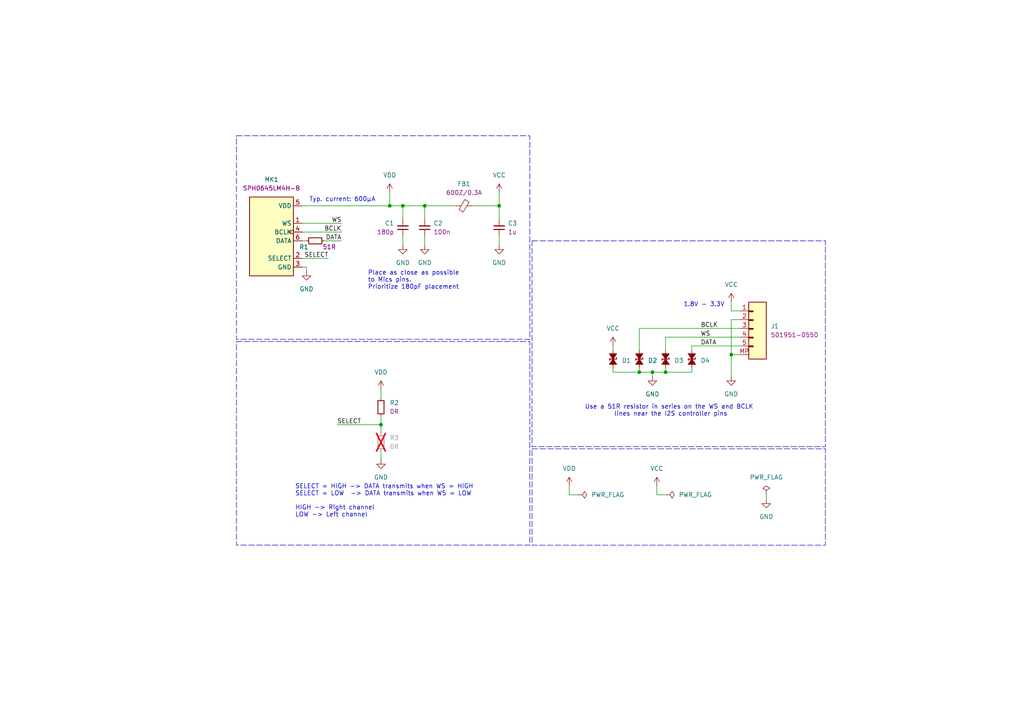
<source format=kicad_sch>
(kicad_sch (version 20231120) (generator "eeschema") (generator_version "8.0")
  (paper "A4")
  (title_block (title "Microphone board") (date "2025-01-24") (rev "1.2.0"))
  (lib_symbols
    (symbol "antmicroCapacitors0402:C_100n_50V_X8L_0402" (pin_numbers hide) (pin_names hide)
      (property "Reference" "C" (at 15.24 -5.08 0))
      (property "Val" "100n" (at 15.24 -7.62 0))
      (symbol "C_100n_50V_X8L_0402_0_1"
        (polyline (pts (xy 2.032 -1.524) (xy 2.032 1.524)) (stroke (width 0.3048)))
        (polyline (pts (xy 3.048 -1.524) (xy 3.048 1.524)) (stroke (width 0.3302)))
      )
      (symbol "C_100n_50V_X8L_0402_1_1"
        (pin passive line (at 0 0 0) (length 2.032) (name "~") (number "1"))
        (pin passive line (at 5.08 0 180) (length 2.032) (name "~") (number "2"))
      )
    )
    (symbol "antmicroCapacitors0402:C_180p_0402" (pin_numbers hide) (pin_names hide)
      (property "Reference" "C" (at 20.32 -5.08 0))
      (property "Val" "180p" (at 20.32 -7.62 0))
      (symbol "C_180p_0402_0_1"
        (polyline (pts (xy 2.032 -1.524) (xy 2.032 1.524)) (stroke (width 0.3048)))
        (polyline (pts (xy 3.048 -1.524) (xy 3.048 1.524)) (stroke (width 0.3302)))
      )
      (symbol "C_180p_0402_1_1"
        (pin passive line (at 0 0 0) (length 2.032) (name "~") (number "1"))
        (pin passive line (at 5.08 0 180) (length 2.032) (name "~") (number "2"))
      )
    )
    (symbol "antmicroCapacitors0402:C_1u_0402" (pin_numbers hide) (pin_names hide)
      (property "Reference" "C" (at 20.32 -5.08 0))
      (property "Val" "1u" (at 20.32 -7.62 0))
      (symbol "C_1u_0402_0_1"
        (polyline (pts (xy 2.032 -1.524) (xy 2.032 1.524)) (stroke (width 0.3048)))
        (polyline (pts (xy 3.048 -1.524) (xy 3.048 1.524)) (stroke (width 0.3302)))
      )
      (symbol "C_1u_0402_1_1"
        (pin passive line (at 0 0 0) (length 2.032) (name "~") (number "1"))
        (pin passive line (at 5.08 0 180) (length 2.032) (name "~") (number "2"))
      )
    )
    (symbol "antmicroFCCConnectors:Conn_FFC_Molex_5019510550"
      (property "Reference" "J" (at 22.86 -2.54 0))
      (property "MPN" "501951-0550" (at 22.86 -5.08 0))
      (symbol "Conn_FFC_Molex_5019510550_1_1"
        (rectangle (start 2.54 -10.16) (end 3.81 -10.414) (stroke (width 0.254)) (fill (type background)))
        (rectangle (start 2.54 -7.62) (end 3.81 -7.874) (stroke (width 0.254)) (fill (type background)))
        (rectangle (start 2.54 -5.08) (end 3.81 -5.334) (stroke (width 0.254)) (fill (type background)))
        (rectangle (start 2.54 -2.54) (end 3.81 -2.794) (stroke (width 0.254)) (fill (type background)))
        (rectangle (start 2.54 0) (end 3.81 -0.254) (stroke (width 0.254)) (fill (type background)))
        (rectangle (start 2.54 2.54) (end 7.62 -13.97) (stroke (width 0.254)) (fill (type background)))
        (pin passive line (at 0 0 0) (length 2.54) (name "~") (number "1"))
        (pin passive line (at 0 -2.54 0) (length 2.54) (name "~") (number "2"))
        (pin passive line (at 0 -5.08 0) (length 2.54) (name "~") (number "3"))
        (pin passive line (at 0 -7.62 0) (length 2.54) (name "~") (number "4"))
        (pin passive line (at 0 -10.16 0) (length 2.54) (name "~") (number "5"))
        (pin passive line (at 0 -12.7 0) (length 2.54) (name "~") (number "MP"))
      )
    )
    (symbol "antmicroFerriteBeadsandChips:FB_600Z_0.3A_Murata-BLM15AG_0402" (pin_numbers hide) (pin_names hide)
      (property "Reference" "FB" (at 15.24 0 0))
      (property "Val" "600Z/0.3A" (at 15.24 -5.08 0))
      (symbol "FB_600Z_0.3A_Murata-BLM15AG_0402_0_1"
        (polyline (pts (xy 1.651 0) (xy 1.2446 0)))
        (polyline (pts (xy 3.81 0) (xy 3.3274 0)))
        (polyline (pts (xy 2.2606 -1.8288) (xy 1.0414 -1.1176) (xy 2.7432 1.8288) (xy 3.9624 1.1176) (xy 2.2606 -1.8288)))
      )
      (symbol "FB_600Z_0.3A_Murata-BLM15AG_0402_1_1"
        (pin passive line (at 0 0 0) (length 1.27) (name "~") (number "1"))
        (pin passive line (at 5.08 0 180) (length 1.27) (name "~") (number "2"))
      )
    )
    (symbol "antmicroMicrophones:MK_SPH0645LM4H-B"
      (property "Reference" "MK" (at 15.24 -2.54 0))
      (property "MPN" "SPH0645LM4H-B" (at 15.24 -5.08 0))
      (symbol "MK_SPH0645LM4H-B_1_1"
        (rectangle (start -15.24 2.54) (end -2.54 -20.32) (stroke (width 0.254)) (fill (type background)))
        (pin input line (at 0 -5.08 180) (length 2.54) (name "WS") (number "1"))
        (pin input line (at 0 -15.24 180) (length 2.54) (name "SELECT") (number "2"))
        (pin power_in line (at 0 -17.78 180) (length 2.54) (name "GND") (number "3"))
        (pin input clock (at 0 -7.62 180) (length 2.54) (name "BCLK") (number "4"))
        (pin power_in line (at 0 0 180) (length 2.54) (name "VDD") (number "5"))
        (pin output line (at 0 -10.16 180) (length 2.54) (name "DATA") (number "6"))
      )
    )
    (symbol "antmicroResistors0402:R_0R_0402" (pin_numbers hide) (pin_names hide)
      (property "Reference" "R" (at 20.32 -5.08 0))
      (property "Val" "0R" (at 20.32 -7.62 0))
      (symbol "R_0R_0402_0_1"
        (rectangle (start 0.635 0.889) (end 4.445 -0.889) (stroke (width 0.254)))
      )
      (symbol "R_0R_0402_1_1"
        (pin passive line (at 0 0 0) (length 0.635) (name "~") (number "1"))
        (pin passive line (at 5.08 0 180) (length 0.635) (name "~") (number "2"))
      )
    )
    (symbol "antmicroResistors0402:R_51R_0402" (pin_numbers hide) (pin_names hide)
      (property "Reference" "R" (at 20.32 -5.08 0))
      (property "Val" "51R" (at 20.32 -7.62 0))
      (symbol "R_51R_0402_0_1"
        (rectangle (start 0.635 0.889) (end 4.445 -0.889) (stroke (width 0.254)))
      )
      (symbol "R_51R_0402_1_1"
        (pin passive line (at 0 0 0) (length 0.635) (name "~") (number "1"))
        (pin passive line (at 5.08 0 180) (length 0.635) (name "~") (number "2"))
      )
    )
    (symbol "antmicroTVSDiodes:TPD1E0B04_XDFN-2" (pin_numbers hide) (pin_names hide)
      (property "Reference" "D" (at 15.24 0 0))
      (property "MPN" "TPD1E0B04DPYR" (at 15.24 -2.54 0))
      (symbol "TPD1E0B04_XDFN-2_0_0"
        (text "" (at 7.62 -1.27 0) (effects (font (size 1.27 1.27))))
      )
      (symbol "TPD1E0B04_XDFN-2_0_1"
        (polyline (pts (xy 0.635 0) (xy 4.445 0)))
      )
      (symbol "TPD1E0B04_XDFN-2_1_1"
        (polyline (pts (xy 2.54 1.016) (xy 2.159 1.016)) (stroke (width 0.254)))
        (polyline (pts (xy 2.54 1.016) (xy 2.54 -1.016)) (stroke (width 0.254)))
        (polyline (pts (xy 2.921 -1.016) (xy 2.54 -1.016)) (stroke (width 0.254)))
        (polyline (pts (xy 1.016 -1.016) (xy 1.016 1.016) (xy 2.54 0) (xy 1.016 -1.016)) (stroke (width 0.254)) (fill (type outline)))
        (polyline (pts (xy 4.064 1.016) (xy 4.064 -1.016) (xy 2.54 0) (xy 4.064 1.016)) (stroke (width 0.254)) (fill (type outline)))
        (pin passive line (at 0 0 0) (length 0.635) (name "C") (number "1"))
        (pin passive line (at 5.08 0 180) (length 0.635) (name "A") (number "2"))
      )
    )
    (symbol "antmicropower:GND" (power) (pin_numbers hide) (pin_names hide)
      (property "Value" "GND" (at 8.89 -5.08 0))
      (symbol "GND_1_1"
        (polyline (pts (xy 0 0) (xy 0 -1.27) (xy 1.27 -1.27) (xy 0 -2.54) (xy -1.27 -1.27) (xy 0 -1.27)))
        (pin power_in line (at 0 0 270) (length 0) (name "GND") (number "1"))
      )
    )
    (symbol "antmicropower:PWR_FLAG" (power) (pin_numbers hide) (pin_names (offset 0) hide)
      (property "Value" "PWR_FLAG" (at 0 3.81 0))
      (symbol "PWR_FLAG_0_0"
        (pin power_out line (at 0 0 90) (length 0) (name "pwr") (number "1"))
      )
      (symbol "PWR_FLAG_0_1"
        (polyline (pts (xy 0 0) (xy 0 1.27) (xy -1.016 1.905) (xy 0 2.54) (xy 1.016 1.905) (xy 0 1.27)))
      )
    )
    (symbol "antmicropower:VCC" (power) (pin_names (offset 0))
      (property "Value" "VCC" (at 0 3.81 0))
      (symbol "VCC_0_1"
        (polyline (pts (xy -0.762 1.27) (xy 0 2.54)))
        (polyline (pts (xy 0 0) (xy 0 2.54)))
        (polyline (pts (xy 0 2.54) (xy 0.762 1.27)))
      )
      (symbol "VCC_1_1"
        (pin power_in line (at 0 0 90) (length 0) hide (name "VCC") (number "1"))
      )
    )
    (symbol "antmicropower:VDD" (power) (pin_names (offset 0))
      (property "Value" "VDD" (at 0 3.81 0))
      (symbol "VDD_0_1"
        (polyline (pts (xy -0.762 1.27) (xy 0 2.54)))
        (polyline (pts (xy 0 0) (xy 0 2.54)))
        (polyline (pts (xy 0 2.54) (xy 0.762 1.27)))
      )
      (symbol "VDD_1_1"
        (pin power_in line (at 0 0 90) (length 0) hide (name "VDD") (number "1"))
      )
    )
  )
  (junction (at 193.04 107.95))
  (junction (at 189.23 107.95))
  (junction (at 212.09 102.87))
  (junction (at 113.03 59.69))
  (junction (at 123.19 59.69))
  (junction (at 116.84 59.69))
  (junction (at 185.42 107.95))
  (junction (at 144.78 59.69))
  (junction (at 110.49 123.19))
  (wire (pts (xy 177.8 107.95) (xy 185.42 107.95)))
  (wire (pts (xy 123.19 59.69) (xy 132.08 59.69)))
  (wire (pts (xy 200.66 100.33) (xy 214.63 100.33)))
  (wire (pts (xy 88.9 77.47) (xy 88.9 78.74)))
  (wire (pts (xy 189.23 109.22) (xy 189.23 107.95)))
  (wire (pts (xy 185.42 107.95) (xy 189.23 107.95)))
  (wire (pts (xy 200.66 107.95) (xy 200.66 106.68)))
  (wire (pts (xy 87.63 59.69) (xy 113.03 59.69)))
  (wire (pts (xy 87.63 67.31) (xy 99.06 67.31)))
  (wire (pts (xy 212.09 90.17) (xy 212.09 87.63)))
  (wire (pts (xy 110.49 113.03) (xy 110.49 115.57)))
  (wire (pts (xy 177.8 100.33) (xy 177.8 101.6)))
  (wire (pts (xy 93.98 69.85) (xy 99.06 69.85)))
  (wire (pts (xy 87.63 77.47) (xy 88.9 77.47)))
  (wire (pts (xy 189.23 107.95) (xy 193.04 107.95)))
  (wire (pts (xy 193.04 107.95) (xy 200.66 107.95)))
  (wire (pts (xy 113.03 55.88) (xy 113.03 59.69)))
  (wire (pts (xy 87.63 69.85) (xy 88.9 69.85)))
  (wire (pts (xy 212.09 102.87) (xy 212.09 109.22)))
  (wire (pts (xy 190.5 140.97) (xy 190.5 143.51)))
  (wire (pts (xy 97.79 123.19) (xy 110.49 123.19)))
  (wire (pts (xy 123.19 59.69) (xy 116.84 59.69)))
  (wire (pts (xy 185.42 106.68) (xy 185.42 107.95)))
  (wire (pts (xy 193.04 101.6) (xy 193.04 97.79)))
  (wire (pts (xy 212.09 102.87) (xy 214.63 102.87)))
  (wire (pts (xy 214.63 90.17) (xy 212.09 90.17)))
  (wire (pts (xy 110.49 130.81) (xy 110.49 133.35)))
  (wire (pts (xy 193.04 106.68) (xy 193.04 107.95)))
  (wire (pts (xy 137.16 59.69) (xy 144.78 59.69)))
  (wire (pts (xy 200.66 101.6) (xy 200.66 100.33)))
  (wire (pts (xy 214.63 92.71) (xy 212.09 92.71)))
  (wire (pts (xy 110.49 120.65) (xy 110.49 123.19)))
  (wire (pts (xy 185.42 101.6) (xy 185.42 95.25)))
  (wire (pts (xy 116.84 59.69) (xy 116.84 63.5)))
  (wire (pts (xy 87.63 74.93) (xy 95.25 74.93)))
  (wire (pts (xy 222.25 143.51) (xy 222.25 144.78)))
  (wire (pts (xy 193.04 97.79) (xy 214.63 97.79)))
  (wire (pts (xy 144.78 59.69) (xy 144.78 63.5)))
  (wire (pts (xy 167.64 143.51) (xy 165.1 143.51)))
  (wire (pts (xy 165.1 143.51) (xy 165.1 140.97)))
  (wire (pts (xy 185.42 95.25) (xy 214.63 95.25)))
  (wire (pts (xy 177.8 106.68) (xy 177.8 107.95)))
  (wire (pts (xy 190.5 143.51) (xy 193.04 143.51)))
  (wire (pts (xy 116.84 71.12) (xy 116.84 68.58)))
  (wire (pts (xy 113.03 59.69) (xy 116.84 59.69)))
  (wire (pts (xy 110.49 123.19) (xy 110.49 125.73)))
  (wire (pts (xy 87.63 64.77) (xy 99.06 64.77)))
  (wire (pts (xy 123.19 71.12) (xy 123.19 68.58)))
  (wire (pts (xy 212.09 92.71) (xy 212.09 102.87)))
  (wire (pts (xy 144.78 71.12) (xy 144.78 68.58)))
  (wire (pts (xy 144.78 55.88) (xy 144.78 59.69)))
  (wire (pts (xy 123.19 59.69) (xy 123.19 63.5)))
  (rectangle (start 68.58 99.06) (end 153.67 158.115) (stroke (width 0) (type dash)))
  (rectangle (start 68.58 39.37) (end 153.67 98.425) (stroke (width 0) (type dash)))
  (rectangle (start 154.305 69.85) (end 239.395 129.54) (stroke (width 0) (type dash)))
  (rectangle (start 154.305 130.175) (end 239.395 158.115) (stroke (width 0) (type dash)))
  (text "1.8V - 3.3V" (at 204.216 88.392 0) (effects (font (size 1.27 1.27))))
  (text "Use a 51R resistor in series on the WS and BCLK \nlines near the I2S controller pins" (at 194.564 119.126 0) (effects (font (size 1.27 1.27))))
  (text "Place as close as possible \nto Mics pins. \nPrioritize 180pF placement\n" (at 106.68 81.28 0) (effects (font (size 1.27 1.27)) (justify left)))
  (text "Typ. current: 600µA" (at 99.314 57.912 0) (effects (font (size 1.27 1.27))))
  (text "SELECT = HIGH -> DATA transmits when WS = HIGH \nSELECT = LOW  -> DATA transmits when WS = LOW \n\nHIGH -> Right channel\nLOW -> Left channel\n" (at 85.598 145.288 0) (effects (font (size 1.27 1.27)) (justify left)))
  (label "DATA" (at 203.2 100.33 0))
  (label "DATA" (at 99.06 69.85 180))
  (label "SELECT" (at 95.25 74.93 180))
  (label "WS" (at 203.2 97.79 0))
  (label "SELECT" (at 97.79 123.19 0))
  (label "BCLK" (at 99.06 67.31 180))
  (label "WS" (at 99.06 64.77 180))
  (label "BCLK" (at 203.2 95.25 0))
  (symbol (lib_id "antmicroTVSDiodes:TPD1E0B04_XDFN-2") (at 200.66 101.6 270) (unit 1)
    (property "Reference" "D4" (at 203.2 104.5766 90) (effects (justify left)))
    (property "Value" "TPD1E0B04_XDFN-2" (effects (hide yes)))
    (property "Footprint" "antmicro-footprints:XDFN-2_1x0.60mm" (effects (hide yes)))
    (property "Datasheet" "https://www.ti.com/general/docs/suppproductinfo.tsp?distId=26&gotoUrl=https://www.ti.com/lit/gpn/tpd1e0b04" (effects (hide yes)))
    (property "Description" "Bidirectional TVS, 8 kV,  XDFN-2, 3.6 V, 0.18 pF" (effects (hide yes)))
    (property "MPN" "TPD1E0B04DPYR" (effects (hide yes)))
    (property "Manufacturer" "Texas Instruments" (effects (hide yes)))
    (property "Author" "Antmicro" (effects (hide yes)))
    (property "License" "Apache-2.0" (effects (hide yes)))
  )
  (symbol (lib_id "antmicroCapacitors0402:C_100n_50V_X8L_0402") (at 123.19 68.58 90) (unit 1)
    (property "Reference" "C2" (at 125.73 64.7636 90) (effects (justify right)))
    (property "Value" "C_100n_50V_X8L_0402" (effects (hide yes)))
    (property "Footprint" "antmicro-footprints:C_0402_1005Metric" (effects (hide yes)))
    (property "Datasheet" "https://www.murata.com/products/productdetail?partno=GCM155L8EH104KE07%23" (effects (hide yes)))
    (property "Description" "SMD Multilayer Ceramic Capacitor, 100nF, 50V, 0402, ±10%, X8L" (effects (hide yes)))
    (property "MPN" "GCM155L8EH104KE07D" (effects (hide yes)))
    (property "Val" "100n" (at 125.73 67.3036 90) (effects (justify right)))
    (property "Voltage" "50V" (effects (hide yes)))
    (property "Dielectric" "X8L" (effects (hide yes)))
    (property "Manufacturer" "Murata" (effects (hide yes)))
    (property "License" "Apache-2.0" (effects (hide yes)))
    (property "Author" "Antmicro" (effects (hide yes)))
  )
  (symbol (lib_id "antmicropower:PWR_FLAG") (at 222.25 143.51 0) (unit 1)
    (property "Reference" "#FLG03" (effects (hide yes)))
    (property "Value" "PWR_FLAG" (at 222.25 138.43 0))
  )
  (symbol (lib_id "antmicroTVSDiodes:TPD1E0B04_XDFN-2") (at 177.8 101.6 270) (unit 1)
    (property "Reference" "D1" (at 180.34 104.5766 90) (effects (justify left)))
    (property "Value" "TPD1E0B04_XDFN-2" (effects (hide yes)))
    (property "Footprint" "antmicro-footprints:XDFN-2_1x0.60mm" (effects (hide yes)))
    (property "Datasheet" "https://www.ti.com/general/docs/suppproductinfo.tsp?distId=26&gotoUrl=https://www.ti.com/lit/gpn/tpd1e0b04" (effects (hide yes)))
    (property "Description" "Bidirectional TVS, 8 kV,  XDFN-2, 3.6 V, 0.18 pF" (effects (hide yes)))
    (property "MPN" "TPD1E0B04DPYR" (effects (hide yes)))
    (property "Manufacturer" "Texas Instruments" (effects (hide yes)))
    (property "Author" "Antmicro" (effects (hide yes)))
    (property "License" "Apache-2.0" (effects (hide yes)))
  )
  (symbol (lib_id "antmicroFCCConnectors:Conn_FFC_Molex_5019510550") (at 214.63 90.17 0) (unit 1)
    (property "Reference" "J1" (at 223.52 94.615 0) (effects (justify left)))
    (property "Value" "Conn_FFC_Molex_5019510550" (effects (hide yes)))
    (property "Footprint" "antmicro-footprints:Conn_FFC_Molex_5019510550" (effects (hide yes)))
    (property "Datasheet" "https://www.molex.com/content/dam/molex/molex-dot-com/products/automated/en-us/salesdrawingpdf/501/501951/5019510550_sd.pdf?inline" (effects (hide yes)))
    (property "Description" "Connector FFC/FPC SKT 5 Position 0.5mm Solder Straight Surface Mount T/R" (effects (hide yes)))
    (property "Manufacturer" "Molex" (effects (hide yes)))
    (property "MPN" "501951-0550" (at 223.52 97.155 0) (effects (justify left)))
    (property "Author" "Antmicro" (effects (hide yes)))
    (property "License" "Apache-2.0" (effects (hide yes)))
  )
  (symbol (lib_id "antmicropower:VDD") (at 113.03 55.88 0) (unit 1)
    (property "Reference" "#PWR06" (effects (hide yes)))
    (property "Value" "VDD" (at 113.03 50.8 0))
  )
  (symbol (lib_id "antmicroTVSDiodes:TPD1E0B04_XDFN-2") (at 193.04 101.6 270) (unit 1)
    (property "Reference" "D3" (at 195.58 104.5766 90) (effects (justify left)))
    (property "Value" "TPD1E0B04_XDFN-2" (effects (hide yes)))
    (property "Footprint" "antmicro-footprints:XDFN-2_1x0.60mm" (effects (hide yes)))
    (property "Datasheet" "https://www.ti.com/general/docs/suppproductinfo.tsp?distId=26&gotoUrl=https://www.ti.com/lit/gpn/tpd1e0b04" (effects (hide yes)))
    (property "Description" "Bidirectional TVS, 8 kV,  XDFN-2, 3.6 V, 0.18 pF" (effects (hide yes)))
    (property "MPN" "TPD1E0B04DPYR" (effects (hide yes)))
    (property "Manufacturer" "Texas Instruments" (effects (hide yes)))
    (property "Author" "Antmicro" (effects (hide yes)))
    (property "License" "Apache-2.0" (effects (hide yes)))
  )
  (symbol (lib_id "antmicropower:VDD") (at 165.1 140.97 0) (unit 1)
    (property "Reference" "#PWR010" (effects (hide yes)))
    (property "Value" "VDD" (at 165.1 135.89 0))
  )
  (symbol (lib_id "antmicropower:VCC") (at 144.78 55.88 0) (unit 1)
    (property "Reference" "#PWR012" (effects (hide yes)))
    (property "Value" "VCC" (at 144.78 50.8 0))
  )
  (symbol (lib_id "antmicropower:PWR_FLAG") (at 193.04 143.51 270) (unit 1)
    (property "Reference" "#FLG01" (effects (hide yes)))
    (property "Value" "PWR_FLAG" (at 196.85 143.5099 90) (effects (justify left)))
  )
  (symbol (lib_id "antmicropower:GND") (at 144.78 71.12 0) (unit 1)
    (property "Reference" "#PWR03" (effects (hide yes)))
    (property "Value" "GND" (at 144.78 76.2 0))
    (property "Author" "Antmicro" (effects (hide yes)))
    (property "License" "Apache-2.0" (effects (hide yes)))
  )
  (symbol (lib_id "antmicropower:PWR_FLAG") (at 167.64 143.51 270) (unit 1)
    (property "Reference" "#FLG02" (effects (hide yes)))
    (property "Value" "PWR_FLAG" (at 171.45 143.5099 90) (effects (justify left)))
  )
  (symbol (lib_id "antmicroResistors0402:R_0R_0402") (at 110.49 130.81 90) (unit 1) (in_bom no) (dnp yes)
    (property "Reference" "R3" (at 113.03 127 90) (effects (justify right)))
    (property "Value" "R_0R_0402" (effects (hide yes)))
    (property "Footprint" "antmicro-footprints:R_0402_1005Metric" (effects (hide yes)))
    (property "Datasheet" "https://industrial.panasonic.com/cdbs/www-data/pdf/RDA0000/AOA0000C301.pdf" (effects (hide yes)))
    (property "Description" "SMD Chip Resistor, Jumper, 0 ohm, 100 mW, 0402 [1005 Metric], Thick Film, General Purpose" (effects (hide yes)))
    (property "MPN" "ERJ2GE0R00X" (effects (hide yes)))
    (property "Manufacturer" "Panasonic" (effects (hide yes)))
    (property "License" "Apache-2.0" (effects (hide yes)))
    (property "Author" "Antmicro" (effects (hide yes)))
    (property "Val" "0R" (at 113.03 129.54 90) (effects (justify right)))
    (property "Current" "1A" (effects (hide yes)))
  )
  (symbol (lib_id "antmicroResistors0402:R_0R_0402") (at 110.49 120.65 90) (unit 1)
    (property "Reference" "R2" (at 113.03 116.84 90) (effects (justify right)))
    (property "Value" "R_0R_0402" (effects (hide yes)))
    (property "Footprint" "antmicro-footprints:R_0402_1005Metric" (effects (hide yes)))
    (property "Datasheet" "https://industrial.panasonic.com/cdbs/www-data/pdf/RDA0000/AOA0000C301.pdf" (effects (hide yes)))
    (property "Description" "SMD Chip Resistor, Jumper, 0 ohm, 100 mW, 0402 [1005 Metric], Thick Film, General Purpose" (effects (hide yes)))
    (property "MPN" "ERJ2GE0R00X" (effects (hide yes)))
    (property "Manufacturer" "Panasonic" (effects (hide yes)))
    (property "License" "Apache-2.0" (effects (hide yes)))
    (property "Author" "Antmicro" (effects (hide yes)))
    (property "Val" "0R" (at 113.03 119.38 90) (effects (justify right)))
    (property "Current" "1A" (effects (hide yes)))
  )
  (symbol (lib_id "antmicroFerriteBeadsandChips:FB_600Z_0.3A_Murata-BLM15AG_0402") (at 132.08 59.69 0) (unit 1)
    (property "Reference" "FB1" (at 134.5819 53.34 0))
    (property "Value" "FB_600Z_0.3A_Murata-BLM15AG_0402" (effects (hide yes)))
    (property "Footprint" "antmicro-footprints:FB_0402_1005Metric" (effects (hide yes)))
    (property "Datasheet" "https://www.murata.com/en-us/products/productdata/8796740059166/ENFA0018.pdf" (effects (hide yes)))
    (property "Description" "Ferrite Bead, 0402 [1005 Metric], 600 ohm, 300 mA, BLM15AG_SN, 0.6 ohm, ± 25%, General use" (effects (hide yes)))
    (property "Val" "600Z/0.3A" (at 134.5819 55.88 0))
    (property "MPN" "BLM15AG601SN1D" (effects (hide yes)))
    (property "Manufacturer" "Murata" (effects (hide yes)))
    (property "Author" "Antmicro" (effects (hide yes)))
    (property "License" "Apache-2.0" (effects (hide yes)))
  )
  (symbol (lib_id "antmicroCapacitors0402:C_180p_0402") (at 116.84 68.58 270) (mirror x) (unit 1)
    (property "Reference" "C1" (at 114.3 64.7636 90) (effects (justify right)))
    (property "Value" "C_180p_0402" (effects (hide yes)))
    (property "Footprint" "antmicro-footprints:C_0402_1005Metric" (effects (hide yes)))
    (property "Datasheet" "https://spicat.kyocera-avx.com/product/mlcc/chartview/04025A181JAT2A/" (effects (hide yes)))
    (property "Description" "SMD Multilayer Ceramic Capacitor, 180 pF, 50 V, 0402 [1005 Metric], ± 5%, C0G / NP0, AVX 0402 MLCC" (effects (hide yes)))
    (property "MPN" "04025A181JAT2A" (effects (hide yes)))
    (property "Manufacturer" "AVX" (effects (hide yes)))
    (property "License" "Apache-2.0" (effects (hide yes)))
    (property "Author" "Antmicro" (effects (hide yes)))
    (property "Val" "180p" (at 114.3 67.3036 90) (effects (justify right)))
  )
  (symbol (lib_id "antmicropower:VDD") (at 110.49 113.03 0) (unit 1)
    (property "Reference" "#PWR07" (effects (hide yes)))
    (property "Value" "VDD" (at 110.49 107.95 0))
  )
  (symbol (lib_id "antmicropower:VCC") (at 190.5 140.97 0) (unit 1)
    (property "Reference" "#PWR08" (effects (hide yes)))
    (property "Value" "VCC" (at 190.5 135.89 0))
  )
  (symbol (lib_id "antmicroCapacitors0402:C_1u_0402") (at 144.78 68.58 90) (unit 1)
    (property "Reference" "C3" (at 147.32 64.7636 90) (effects (justify right)))
    (property "Value" "C_1u_0402" (effects (hide yes)))
    (property "Footprint" "antmicro-footprints:C_0402_1005Metric" (effects (hide yes)))
    (property "Datasheet" "https://product.tdk.com/en/search/capacitor/ceramic/mlcc/info?part_no=C1005X6S1A105K050BC" (effects (hide yes)))
    (property "Description" "SMD Multilayer Ceramic Capacitor, 1 µF, 10 V, 0402 [1005 Metric], ± 10%, X6S, C" (effects (hide yes)))
    (property "MPN" "C1005X6S1A105K050BC" (effects (hide yes)))
    (property "Manufacturer" "TDK" (effects (hide yes)))
    (property "License" "Apache-2.0" (effects (hide yes)))
    (property "Author" "Antmicro" (effects (hide yes)))
    (property "Val" "1u" (at 147.32 67.3036 90) (effects (justify right)))
  )
  (symbol (lib_id "antmicropower:GND") (at 110.49 133.35 0) (unit 1)
    (property "Reference" "#PWR09" (effects (hide yes)))
    (property "Value" "GND" (at 110.49 138.43 0))
    (property "Author" "Antmicro" (effects (hide yes)))
    (property "License" "Apache-2.0" (effects (hide yes)))
  )
  (symbol (lib_id "antmicropower:GND") (at 189.23 109.22 0) (unit 1)
    (property "Reference" "#PWR015" (effects (hide yes)))
    (property "Value" "GND" (at 189.23 114.3 0))
    (property "Author" "Antmicro" (effects (hide yes)))
    (property "License" "Apache-2.0" (effects (hide yes)))
  )
  (symbol (lib_id "antmicroResistors0402:R_51R_0402") (at 88.9 69.85 0) (unit 1)
    (property "Reference" "R1" (at 88.138 71.628 0))
    (property "Value" "R_51R_0402" (effects (hide yes)))
    (property "Footprint" "antmicro-footprints:R_0402_1005Metric" (effects (hide yes)))
    (property "Datasheet" "https://www.bourns.com/docs/product-datasheets/cr.pdf" (effects (hide yes)))
    (property "Description" "SMD Chip Resistor, 51 ohm, ± 1%, 63 mW, 0402 [1005 Metric], Thick Film, General Purpose" (effects (hide yes)))
    (property "MPN" "CR0402-FX-51R0GLF" (effects (hide yes)))
    (property "Manufacturer" "Bourns" (effects (hide yes)))
    (property "License" "Apache-2.0" (effects (hide yes)))
    (property "Author" "Antmicro" (effects (hide yes)))
    (property "Val" "51R" (at 95.504 71.628 0))
    (property "Tolerance" "1%" (effects (hide yes)))
  )
  (symbol (lib_id "antmicroTVSDiodes:TPD1E0B04_XDFN-2") (at 185.42 101.6 270) (unit 1)
    (property "Reference" "D2" (at 187.96 104.5766 90) (effects (justify left)))
    (property "Value" "TPD1E0B04_XDFN-2" (effects (hide yes)))
    (property "Footprint" "antmicro-footprints:XDFN-2_1x0.60mm" (effects (hide yes)))
    (property "Datasheet" "https://www.ti.com/general/docs/suppproductinfo.tsp?distId=26&gotoUrl=https://www.ti.com/lit/gpn/tpd1e0b04" (effects (hide yes)))
    (property "Description" "Bidirectional TVS, 8 kV,  XDFN-2, 3.6 V, 0.18 pF" (effects (hide yes)))
    (property "MPN" "TPD1E0B04DPYR" (effects (hide yes)))
    (property "Manufacturer" "Texas Instruments" (effects (hide yes)))
    (property "Author" "Antmicro" (effects (hide yes)))
    (property "License" "Apache-2.0" (effects (hide yes)))
  )
  (symbol (lib_id "antmicropower:GND") (at 116.84 71.12 0) (unit 1)
    (property "Reference" "#PWR01" (effects (hide yes)))
    (property "Value" "GND" (at 116.84 76.2 0))
    (property "Author" "Antmicro" (effects (hide yes)))
    (property "License" "Apache-2.0" (effects (hide yes)))
  )
  (symbol (lib_id "antmicropower:GND") (at 123.19 71.12 0) (unit 1)
    (property "Reference" "#PWR02" (effects (hide yes)))
    (property "Value" "GND" (at 123.19 76.2 0))
    (property "Author" "Antmicro" (effects (hide yes)))
    (property "License" "Apache-2.0" (effects (hide yes)))
  )
  (symbol (lib_id "antmicropower:VCC") (at 212.09 87.63 0) (unit 1)
    (property "Reference" "#PWR011" (effects (hide yes)))
    (property "Value" "VCC" (at 212.09 82.55 0))
  )
  (symbol (lib_id "antmicropower:GND") (at 222.25 144.78 0) (unit 1)
    (property "Reference" "#PWR013" (effects (hide yes)))
    (property "Value" "GND" (at 222.25 149.86 0))
    (property "Author" "Antmicro" (effects (hide yes)))
    (property "License" "Apache-2.0" (effects (hide yes)))
  )
  (symbol (lib_id "antmicropower:GND") (at 212.09 109.22 0) (unit 1)
    (property "Reference" "#PWR05" (effects (hide yes)))
    (property "Value" "GND" (at 212.09 114.3 0))
    (property "Author" "Antmicro" (effects (hide yes)))
    (property "License" "Apache-2.0" (effects (hide yes)))
  )
  (symbol (lib_id "antmicropower:VCC") (at 177.8 100.33 0) (unit 1)
    (property "Reference" "#PWR014" (effects (hide yes)))
    (property "Value" "VCC" (at 177.8 95.25 0))
  )
  (symbol (lib_id "antmicropower:GND") (at 88.9 78.74 0) (unit 1)
    (property "Reference" "#PWR04" (effects (hide yes)))
    (property "Value" "GND" (at 88.9 83.82 0))
    (property "Author" "Antmicro" (effects (hide yes)))
    (property "License" "Apache-2.0" (effects (hide yes)))
  )
  (symbol (lib_id "antmicroMicrophones:MK_SPH0645LM4H-B") (at 87.63 59.69 0) (unit 1)
    (property "Reference" "MK1" (at 78.74 52.07 0))
    (property "Value" "MK_SPH0645LM4H-B" (effects (hide yes)))
    (property "Footprint" "antmicro-footprints:MK_SPH0645LM4H-B" (effects (hide yes)))
    (property "Datasheet" "https://eu.mouser.com/datasheet/2/218/ph0645lm4h_b_datasheet_rev_c-1525723.pdf" (effects (hide yes)))
    (property "Description" "MEMS Microphones, BP, I2S output, 1.62V - 3.6V" (effects (hide yes)))
    (property "Manufacturer" "Knowles" (effects (hide yes)))
    (property "MPN" "SPH0645LM4H-B" (at 78.74 54.61 0))
    (property "Author" "Antmicro" (effects (hide yes)))
    (property "License" "Apache-2.0" (effects (hide yes)))
  )
)
</source>
